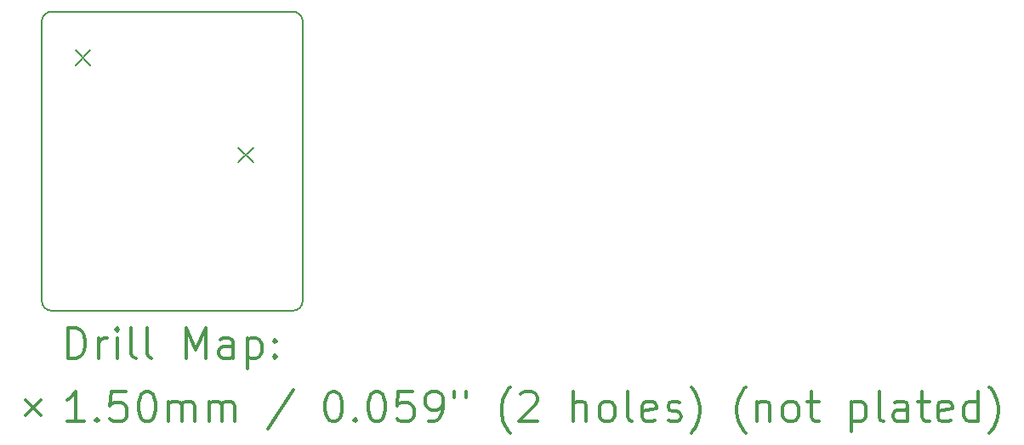
<source format=gbr>
%FSLAX45Y45*%
G04 Gerber Fmt 4.5, Leading zero omitted, Abs format (unit mm)*
G04 Created by KiCad (PCBNEW 4.0.7) date 07/17/18 16:46:31*
%MOMM*%
%LPD*%
G01*
G04 APERTURE LIST*
%ADD10C,0.127000*%
%ADD11C,0.150000*%
%ADD12C,0.200000*%
%ADD13C,0.300000*%
G04 APERTURE END LIST*
D10*
D11*
X14188440Y-11905310D02*
G75*
G03X14288440Y-12005310I100000J0D01*
G01*
X14288440Y-9022080D02*
G75*
G03X14188440Y-9122080I0J-100000D01*
G01*
X16686860Y-12005310D02*
G75*
G03X16786860Y-11905310I0J100000D01*
G01*
X16786860Y-9122080D02*
G75*
G03X16686860Y-9022080I-100000J0D01*
G01*
X14188440Y-11905310D02*
X14188440Y-9122080D01*
X16686860Y-12005310D02*
X14288440Y-12005310D01*
X16786860Y-9122080D02*
X16786860Y-11905310D01*
X14288440Y-9022080D02*
X16686860Y-9022080D01*
D12*
X14522510Y-9410370D02*
X14672510Y-9560370D01*
X14672510Y-9410370D02*
X14522510Y-9560370D01*
X16145700Y-10377230D02*
X16295700Y-10527230D01*
X16295700Y-10377230D02*
X16145700Y-10527230D01*
D13*
X14452368Y-12478524D02*
X14452368Y-12178524D01*
X14523797Y-12178524D01*
X14566654Y-12192810D01*
X14595226Y-12221381D01*
X14609511Y-12249953D01*
X14623797Y-12307096D01*
X14623797Y-12349953D01*
X14609511Y-12407096D01*
X14595226Y-12435667D01*
X14566654Y-12464239D01*
X14523797Y-12478524D01*
X14452368Y-12478524D01*
X14752368Y-12478524D02*
X14752368Y-12278524D01*
X14752368Y-12335667D02*
X14766654Y-12307096D01*
X14780940Y-12292810D01*
X14809511Y-12278524D01*
X14838083Y-12278524D01*
X14938083Y-12478524D02*
X14938083Y-12278524D01*
X14938083Y-12178524D02*
X14923797Y-12192810D01*
X14938083Y-12207096D01*
X14952368Y-12192810D01*
X14938083Y-12178524D01*
X14938083Y-12207096D01*
X15123797Y-12478524D02*
X15095226Y-12464239D01*
X15080940Y-12435667D01*
X15080940Y-12178524D01*
X15280940Y-12478524D02*
X15252368Y-12464239D01*
X15238083Y-12435667D01*
X15238083Y-12178524D01*
X15623797Y-12478524D02*
X15623797Y-12178524D01*
X15723797Y-12392810D01*
X15823797Y-12178524D01*
X15823797Y-12478524D01*
X16095226Y-12478524D02*
X16095226Y-12321381D01*
X16080940Y-12292810D01*
X16052368Y-12278524D01*
X15995226Y-12278524D01*
X15966654Y-12292810D01*
X16095226Y-12464239D02*
X16066654Y-12478524D01*
X15995226Y-12478524D01*
X15966654Y-12464239D01*
X15952368Y-12435667D01*
X15952368Y-12407096D01*
X15966654Y-12378524D01*
X15995226Y-12364239D01*
X16066654Y-12364239D01*
X16095226Y-12349953D01*
X16238083Y-12278524D02*
X16238083Y-12578524D01*
X16238083Y-12292810D02*
X16266654Y-12278524D01*
X16323797Y-12278524D01*
X16352368Y-12292810D01*
X16366654Y-12307096D01*
X16380940Y-12335667D01*
X16380940Y-12421381D01*
X16366654Y-12449953D01*
X16352368Y-12464239D01*
X16323797Y-12478524D01*
X16266654Y-12478524D01*
X16238083Y-12464239D01*
X16509511Y-12449953D02*
X16523797Y-12464239D01*
X16509511Y-12478524D01*
X16495226Y-12464239D01*
X16509511Y-12449953D01*
X16509511Y-12478524D01*
X16509511Y-12292810D02*
X16523797Y-12307096D01*
X16509511Y-12321381D01*
X16495226Y-12307096D01*
X16509511Y-12292810D01*
X16509511Y-12321381D01*
X14030940Y-12897810D02*
X14180940Y-13047810D01*
X14180940Y-12897810D02*
X14030940Y-13047810D01*
X14609511Y-13108524D02*
X14438083Y-13108524D01*
X14523797Y-13108524D02*
X14523797Y-12808524D01*
X14495226Y-12851381D01*
X14466654Y-12879953D01*
X14438083Y-12894239D01*
X14738083Y-13079953D02*
X14752368Y-13094239D01*
X14738083Y-13108524D01*
X14723797Y-13094239D01*
X14738083Y-13079953D01*
X14738083Y-13108524D01*
X15023797Y-12808524D02*
X14880940Y-12808524D01*
X14866654Y-12951381D01*
X14880940Y-12937096D01*
X14909511Y-12922810D01*
X14980940Y-12922810D01*
X15009511Y-12937096D01*
X15023797Y-12951381D01*
X15038083Y-12979953D01*
X15038083Y-13051381D01*
X15023797Y-13079953D01*
X15009511Y-13094239D01*
X14980940Y-13108524D01*
X14909511Y-13108524D01*
X14880940Y-13094239D01*
X14866654Y-13079953D01*
X15223797Y-12808524D02*
X15252368Y-12808524D01*
X15280940Y-12822810D01*
X15295226Y-12837096D01*
X15309511Y-12865667D01*
X15323797Y-12922810D01*
X15323797Y-12994239D01*
X15309511Y-13051381D01*
X15295226Y-13079953D01*
X15280940Y-13094239D01*
X15252368Y-13108524D01*
X15223797Y-13108524D01*
X15195226Y-13094239D01*
X15180940Y-13079953D01*
X15166654Y-13051381D01*
X15152368Y-12994239D01*
X15152368Y-12922810D01*
X15166654Y-12865667D01*
X15180940Y-12837096D01*
X15195226Y-12822810D01*
X15223797Y-12808524D01*
X15452368Y-13108524D02*
X15452368Y-12908524D01*
X15452368Y-12937096D02*
X15466654Y-12922810D01*
X15495226Y-12908524D01*
X15538083Y-12908524D01*
X15566654Y-12922810D01*
X15580940Y-12951381D01*
X15580940Y-13108524D01*
X15580940Y-12951381D02*
X15595226Y-12922810D01*
X15623797Y-12908524D01*
X15666654Y-12908524D01*
X15695226Y-12922810D01*
X15709511Y-12951381D01*
X15709511Y-13108524D01*
X15852368Y-13108524D02*
X15852368Y-12908524D01*
X15852368Y-12937096D02*
X15866654Y-12922810D01*
X15895226Y-12908524D01*
X15938083Y-12908524D01*
X15966654Y-12922810D01*
X15980940Y-12951381D01*
X15980940Y-13108524D01*
X15980940Y-12951381D02*
X15995226Y-12922810D01*
X16023797Y-12908524D01*
X16066654Y-12908524D01*
X16095226Y-12922810D01*
X16109511Y-12951381D01*
X16109511Y-13108524D01*
X16695226Y-12794239D02*
X16438083Y-13179953D01*
X17080940Y-12808524D02*
X17109511Y-12808524D01*
X17138083Y-12822810D01*
X17152368Y-12837096D01*
X17166654Y-12865667D01*
X17180940Y-12922810D01*
X17180940Y-12994239D01*
X17166654Y-13051381D01*
X17152368Y-13079953D01*
X17138083Y-13094239D01*
X17109511Y-13108524D01*
X17080940Y-13108524D01*
X17052368Y-13094239D01*
X17038083Y-13079953D01*
X17023797Y-13051381D01*
X17009511Y-12994239D01*
X17009511Y-12922810D01*
X17023797Y-12865667D01*
X17038083Y-12837096D01*
X17052368Y-12822810D01*
X17080940Y-12808524D01*
X17309511Y-13079953D02*
X17323797Y-13094239D01*
X17309511Y-13108524D01*
X17295226Y-13094239D01*
X17309511Y-13079953D01*
X17309511Y-13108524D01*
X17509511Y-12808524D02*
X17538083Y-12808524D01*
X17566654Y-12822810D01*
X17580940Y-12837096D01*
X17595226Y-12865667D01*
X17609511Y-12922810D01*
X17609511Y-12994239D01*
X17595226Y-13051381D01*
X17580940Y-13079953D01*
X17566654Y-13094239D01*
X17538083Y-13108524D01*
X17509511Y-13108524D01*
X17480940Y-13094239D01*
X17466654Y-13079953D01*
X17452368Y-13051381D01*
X17438083Y-12994239D01*
X17438083Y-12922810D01*
X17452368Y-12865667D01*
X17466654Y-12837096D01*
X17480940Y-12822810D01*
X17509511Y-12808524D01*
X17880940Y-12808524D02*
X17738083Y-12808524D01*
X17723797Y-12951381D01*
X17738083Y-12937096D01*
X17766654Y-12922810D01*
X17838083Y-12922810D01*
X17866654Y-12937096D01*
X17880940Y-12951381D01*
X17895226Y-12979953D01*
X17895226Y-13051381D01*
X17880940Y-13079953D01*
X17866654Y-13094239D01*
X17838083Y-13108524D01*
X17766654Y-13108524D01*
X17738083Y-13094239D01*
X17723797Y-13079953D01*
X18038083Y-13108524D02*
X18095226Y-13108524D01*
X18123797Y-13094239D01*
X18138083Y-13079953D01*
X18166654Y-13037096D01*
X18180940Y-12979953D01*
X18180940Y-12865667D01*
X18166654Y-12837096D01*
X18152368Y-12822810D01*
X18123797Y-12808524D01*
X18066654Y-12808524D01*
X18038083Y-12822810D01*
X18023797Y-12837096D01*
X18009511Y-12865667D01*
X18009511Y-12937096D01*
X18023797Y-12965667D01*
X18038083Y-12979953D01*
X18066654Y-12994239D01*
X18123797Y-12994239D01*
X18152368Y-12979953D01*
X18166654Y-12965667D01*
X18180940Y-12937096D01*
X18295226Y-12808524D02*
X18295226Y-12865667D01*
X18409511Y-12808524D02*
X18409511Y-12865667D01*
X18852368Y-13222810D02*
X18838083Y-13208524D01*
X18809511Y-13165667D01*
X18795226Y-13137096D01*
X18780940Y-13094239D01*
X18766654Y-13022810D01*
X18766654Y-12965667D01*
X18780940Y-12894239D01*
X18795226Y-12851381D01*
X18809511Y-12822810D01*
X18838083Y-12779953D01*
X18852368Y-12765667D01*
X18952368Y-12837096D02*
X18966654Y-12822810D01*
X18995226Y-12808524D01*
X19066654Y-12808524D01*
X19095226Y-12822810D01*
X19109511Y-12837096D01*
X19123797Y-12865667D01*
X19123797Y-12894239D01*
X19109511Y-12937096D01*
X18938083Y-13108524D01*
X19123797Y-13108524D01*
X19480940Y-13108524D02*
X19480940Y-12808524D01*
X19609511Y-13108524D02*
X19609511Y-12951381D01*
X19595226Y-12922810D01*
X19566654Y-12908524D01*
X19523797Y-12908524D01*
X19495226Y-12922810D01*
X19480940Y-12937096D01*
X19795226Y-13108524D02*
X19766654Y-13094239D01*
X19752368Y-13079953D01*
X19738083Y-13051381D01*
X19738083Y-12965667D01*
X19752368Y-12937096D01*
X19766654Y-12922810D01*
X19795226Y-12908524D01*
X19838083Y-12908524D01*
X19866654Y-12922810D01*
X19880940Y-12937096D01*
X19895226Y-12965667D01*
X19895226Y-13051381D01*
X19880940Y-13079953D01*
X19866654Y-13094239D01*
X19838083Y-13108524D01*
X19795226Y-13108524D01*
X20066654Y-13108524D02*
X20038083Y-13094239D01*
X20023797Y-13065667D01*
X20023797Y-12808524D01*
X20295226Y-13094239D02*
X20266654Y-13108524D01*
X20209511Y-13108524D01*
X20180940Y-13094239D01*
X20166654Y-13065667D01*
X20166654Y-12951381D01*
X20180940Y-12922810D01*
X20209511Y-12908524D01*
X20266654Y-12908524D01*
X20295226Y-12922810D01*
X20309511Y-12951381D01*
X20309511Y-12979953D01*
X20166654Y-13008524D01*
X20423797Y-13094239D02*
X20452369Y-13108524D01*
X20509511Y-13108524D01*
X20538083Y-13094239D01*
X20552369Y-13065667D01*
X20552369Y-13051381D01*
X20538083Y-13022810D01*
X20509511Y-13008524D01*
X20466654Y-13008524D01*
X20438083Y-12994239D01*
X20423797Y-12965667D01*
X20423797Y-12951381D01*
X20438083Y-12922810D01*
X20466654Y-12908524D01*
X20509511Y-12908524D01*
X20538083Y-12922810D01*
X20652368Y-13222810D02*
X20666654Y-13208524D01*
X20695226Y-13165667D01*
X20709511Y-13137096D01*
X20723797Y-13094239D01*
X20738083Y-13022810D01*
X20738083Y-12965667D01*
X20723797Y-12894239D01*
X20709511Y-12851381D01*
X20695226Y-12822810D01*
X20666654Y-12779953D01*
X20652368Y-12765667D01*
X21195226Y-13222810D02*
X21180940Y-13208524D01*
X21152368Y-13165667D01*
X21138083Y-13137096D01*
X21123797Y-13094239D01*
X21109511Y-13022810D01*
X21109511Y-12965667D01*
X21123797Y-12894239D01*
X21138083Y-12851381D01*
X21152368Y-12822810D01*
X21180940Y-12779953D01*
X21195226Y-12765667D01*
X21309511Y-12908524D02*
X21309511Y-13108524D01*
X21309511Y-12937096D02*
X21323797Y-12922810D01*
X21352368Y-12908524D01*
X21395226Y-12908524D01*
X21423797Y-12922810D01*
X21438083Y-12951381D01*
X21438083Y-13108524D01*
X21623797Y-13108524D02*
X21595226Y-13094239D01*
X21580940Y-13079953D01*
X21566654Y-13051381D01*
X21566654Y-12965667D01*
X21580940Y-12937096D01*
X21595226Y-12922810D01*
X21623797Y-12908524D01*
X21666654Y-12908524D01*
X21695226Y-12922810D01*
X21709511Y-12937096D01*
X21723797Y-12965667D01*
X21723797Y-13051381D01*
X21709511Y-13079953D01*
X21695226Y-13094239D01*
X21666654Y-13108524D01*
X21623797Y-13108524D01*
X21809511Y-12908524D02*
X21923797Y-12908524D01*
X21852369Y-12808524D02*
X21852369Y-13065667D01*
X21866654Y-13094239D01*
X21895226Y-13108524D01*
X21923797Y-13108524D01*
X22252369Y-12908524D02*
X22252369Y-13208524D01*
X22252369Y-12922810D02*
X22280940Y-12908524D01*
X22338083Y-12908524D01*
X22366654Y-12922810D01*
X22380940Y-12937096D01*
X22395226Y-12965667D01*
X22395226Y-13051381D01*
X22380940Y-13079953D01*
X22366654Y-13094239D01*
X22338083Y-13108524D01*
X22280940Y-13108524D01*
X22252369Y-13094239D01*
X22566654Y-13108524D02*
X22538083Y-13094239D01*
X22523797Y-13065667D01*
X22523797Y-12808524D01*
X22809511Y-13108524D02*
X22809511Y-12951381D01*
X22795226Y-12922810D01*
X22766654Y-12908524D01*
X22709511Y-12908524D01*
X22680940Y-12922810D01*
X22809511Y-13094239D02*
X22780940Y-13108524D01*
X22709511Y-13108524D01*
X22680940Y-13094239D01*
X22666654Y-13065667D01*
X22666654Y-13037096D01*
X22680940Y-13008524D01*
X22709511Y-12994239D01*
X22780940Y-12994239D01*
X22809511Y-12979953D01*
X22909511Y-12908524D02*
X23023797Y-12908524D01*
X22952369Y-12808524D02*
X22952369Y-13065667D01*
X22966654Y-13094239D01*
X22995226Y-13108524D01*
X23023797Y-13108524D01*
X23238083Y-13094239D02*
X23209511Y-13108524D01*
X23152369Y-13108524D01*
X23123797Y-13094239D01*
X23109511Y-13065667D01*
X23109511Y-12951381D01*
X23123797Y-12922810D01*
X23152369Y-12908524D01*
X23209511Y-12908524D01*
X23238083Y-12922810D01*
X23252369Y-12951381D01*
X23252369Y-12979953D01*
X23109511Y-13008524D01*
X23509511Y-13108524D02*
X23509511Y-12808524D01*
X23509511Y-13094239D02*
X23480940Y-13108524D01*
X23423797Y-13108524D01*
X23395226Y-13094239D01*
X23380940Y-13079953D01*
X23366654Y-13051381D01*
X23366654Y-12965667D01*
X23380940Y-12937096D01*
X23395226Y-12922810D01*
X23423797Y-12908524D01*
X23480940Y-12908524D01*
X23509511Y-12922810D01*
X23623797Y-13222810D02*
X23638083Y-13208524D01*
X23666654Y-13165667D01*
X23680940Y-13137096D01*
X23695226Y-13094239D01*
X23709511Y-13022810D01*
X23709511Y-12965667D01*
X23695226Y-12894239D01*
X23680940Y-12851381D01*
X23666654Y-12822810D01*
X23638083Y-12779953D01*
X23623797Y-12765667D01*
M02*

</source>
